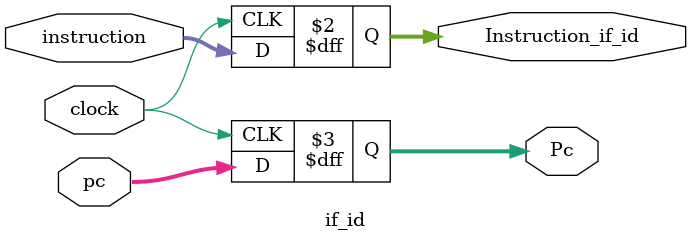
<source format=v>
module if_id (
	input clock,
	input wire [63:0] pc,
	input wire [31:0] instruction,

	output reg [31:0] Instruction_if_id,
	output reg [63:0] Pc
);

always @(posedge(clock)) begin
	Pc = pc;
	Instruction_if_id = instruction;
end

endmodule
</source>
